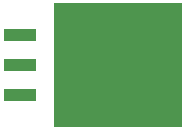
<source format=gbr>
%TF.GenerationSoftware,KiCad,Pcbnew,5.1.6-c6e7f7d~87~ubuntu20.04.1*%
%TF.CreationDate,2020-09-03T23:23:25-04:00*%
%TF.ProjectId,Nixie_Clk_Mother,4e697869-655f-4436-9c6b-5f4d6f746865,rev?*%
%TF.SameCoordinates,Original*%
%TF.FileFunction,Paste,Top*%
%TF.FilePolarity,Positive*%
%FSLAX46Y46*%
G04 Gerber Fmt 4.6, Leading zero omitted, Abs format (unit mm)*
G04 Created by KiCad (PCBNEW 5.1.6-c6e7f7d~87~ubuntu20.04.1) date 2020-09-03 23:23:25*
%MOMM*%
%LPD*%
G01*
G04 APERTURE LIST*
%ADD10R,2.692400X1.016000*%
%ADD11R,10.871200X10.464800*%
G04 APERTURE END LIST*
D10*
%TO.C,U1*%
X160883600Y-78486000D03*
X160883600Y-81026000D03*
X160883600Y-83566000D03*
D11*
X169164000Y-81026000D03*
%TD*%
M02*

</source>
